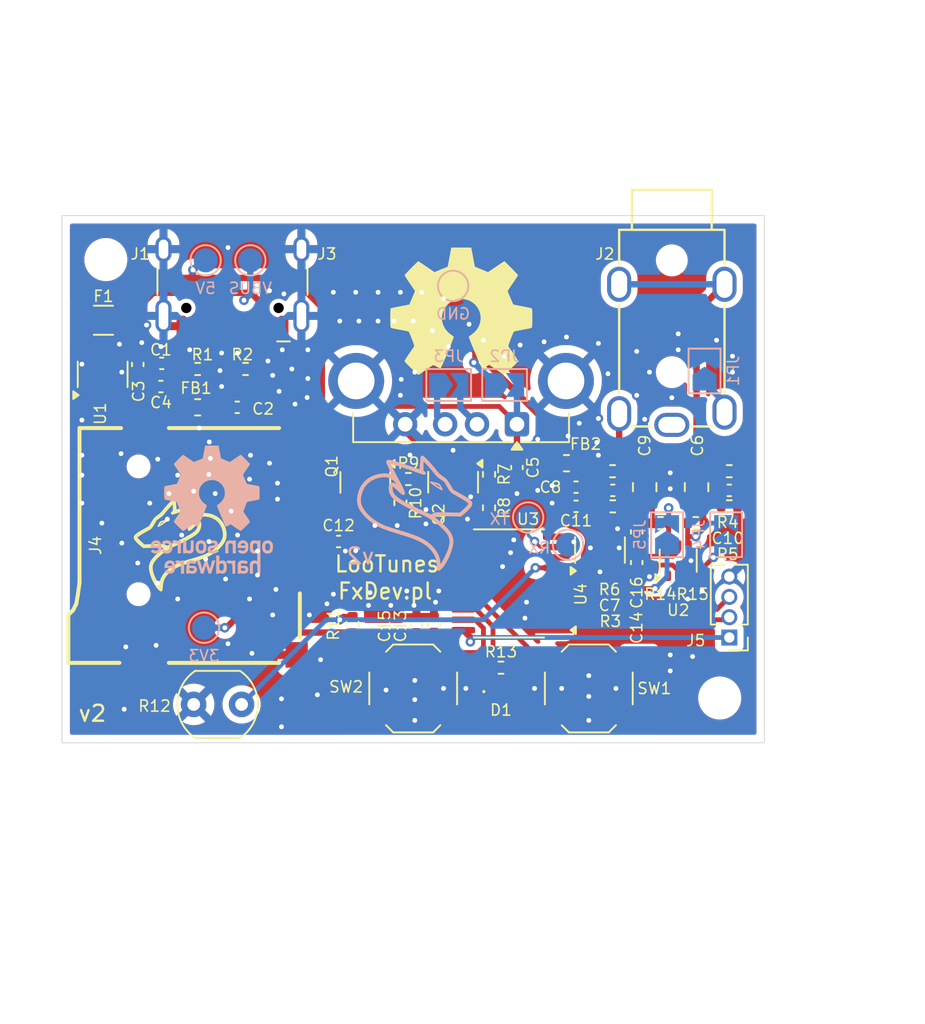
<source format=kicad_pcb>
(kicad_pcb (version 20241229) (generator "pcbnew") (generator_version "9.0")
  (layers (0 "F.Cu" signal) (2 "B.Cu" signal) (13 "F.Paste" user) (15 "B.Paste" user) (5 "F.SilkS" user "F.Silkscreen") (7 "B.SilkS" user "B.Silkscreen") (1 "F.Mask" user) (3 "B.Mask" user) (25 "Edge.Cuts" user))
  (net 0 "")
  (net 1 "GND")
  (net 2 "+5V")
  (net 3 "+3V3")
  (net 4 "Net-(J4-VDD)")
  (net 5 "Net-(C10-Pad1)")
  (net 6 "Net-(U3-VI)")
  (net 7 "+3.3VA")
  (net 8 "Net-(C11-Pad1)")
  (net 9 "VBUS")
  (net 14 "Net-(J1-CC1)")
  (net 15 "Net-(J1-CC2)")
  (net 18 "Net-(J2-D-)")
  (net 19 "Net-(J2-D+)")
  (net 20 "Net-(J2-VBUS)")
  (net 21 "SWCLK")
  (net 22 "SWDIO")
  (net 23 "Net-(J4-DAT3{slash}CD)")
  (net 25 "SD_OUT")
  (net 26 "CLK")
  (net 29 "SD_IN")
  (net 30 "Net-(Q1-G)")
  (net 31 "Net-(Q1-D)")
  (net 32 "Net-(Q2-G)")
  (net 33 "USB_SWITCH_IN")
  (net 34 "Net-(U2-PA5)")
  (net 35 "PWM_L")
  (net 36 "Net-(C10-Pad2)")
  (net 37 "BUTTON")
  (net 38 "Net-(U2-PF0{slash}OSCIN)")
  (net 40 "Net-(C11-Pad2)")
  (net 41 "Net-(U2-PF1{slash}OSCOUT)")
  (net 42 "F_PWM_L")
  (net 43 "Net-(D1-A)")
  (net 44 "Net-(U2-PB2)")
  (net 45 "BUTTON_2")
  (net 47 "F_PWM_R")
  (net 48 "PWM_R")
  (net 51 "Net-(JP3-A)")
  (footprint "Capacitor_SMD:C_0402_1005Metric" (layer "F.Cu") (at 126.2 80.7)
    (property "Reference" "C4")
    (property "Value" "100nF")
  )
  (footprint "sd_slot:GCT-MEM2055-00-190-01-A" (layer "F.Cu") (at 118.1 90.65 -90)
    (property "Reference" "J4")
    (property "Value" "Micro_SD_Card_Det1")
  )
  (footprint "Resistor_SMD:R_0402_1005Metric" (layer "F.Cu") (at 147.5 98.3)
    (property "Reference" "R13")
    (property "Value" "10k")
  )
  (footprint "Package_TO_SOT_SMD:SOT-23" (layer "F.Cu") (at 139 86.7025 -90)
    (property "Reference" "Q1")
    (property "Value" "Si2301 A1SHB")
  )
  (footprint "Package_TO_SOT_SMD:SOT-363_SC-70-6" (layer "F.Cu") (at 158.6 91.6 90)
    (property "Reference" "U2")
    (property "Value" "74LVC2G14GW")
  )
  (footprint "Connector_USB:USB_A_Connfly_DS1095" (layer "F.Cu") (at 148.5 83.06 180)
    (property "Reference" "J3")
    (property "Value" "USB_OUT")
  )
  (footprint "Button_Switch_SMD:SW_SPST_TL3342" (layer "F.Cu") (at 142 99.6)
    (property "Reference" "SW2")
    (property "Value" "SW_Push")
  )
  (footprint "Connector_USB:USB_C_Receptacle_HCTL_HC-TYPE-C-16P-01A" (layer "F.Cu") (at 130.68 73.175 180)
    (property "Reference" "J1")
    (property "Value" "USB_C_Receptacle_USB2.0_16P")
  )
  (footprint "Resistor_SMD:R_0402_1005Metric" (layer "F.Cu") (at 146.75 86.2 -90)
    (property "Reference" "R7")
    (property "Value" "10k")
  )
  (footprint "Inductor_SMD:L_0603_1608Metric" (layer "F.Cu") (at 151.6 85.5)
    (property "Reference" "FB2")
    (property "Value" "FerriteBead_Small")
  )
  (footprint "Resistor_SMD:R_0402_1005Metric" (layer "F.Cu") (at 141.2 87.98 -90)
    (property "Reference" "R10")
    (property "Value" "10k")
  )
  (footprint "Package_TO_SOT_SMD:SOT-23" (layer "F.Cu") (at 144.5 86.69 -90)
    (property "Reference" "Q2")
    (property "Value" "Si2302 A2SHB")
  )
  (footprint "Package_SO:TSSOP-20_4.4x6.5mm_P0.65mm" (layer "F.Cu") (at 148 93.025 180)
    (property "Reference" "U3")
    (property "Value" "PY32F002AF15P")
  )
  (footprint "Resistor_SMD:R_0402_1005Metric" (layer "F.Cu") (at 131.5 79.6 180)
    (property "Reference" "R2")
    (property "Value" "5.1k")
  )
  (footprint "Connector_PinHeader_1.27mm:PinHeader_1x04_P1.27mm_Vertical" (layer "F.Cu") (at 161.8 96.41 180)
    (property "Reference" "J5")
    (property "Value" "Prog")
  )
  (footprint "MountingHole:MountingHole_2.2mm_M2" (layer "F.Cu") (at 161.2 100.2)
    (property "Reference" "REF**" (hide yes))
    (property "Value" "MountingHole_2.2mm_M2")
  )
  (footprint "OptoDevice:R_LDR_5.0x4.1mm_P3mm_Vertical" (layer "F.Cu") (at 131.25 100.6 180)
    (property "Reference" "R12")
    (property "Value" "R_Photo")
  )
  (footprint "Resistor_SMD:R_0402_1005Metric" (layer "F.Cu") (at 157.49 89.25 180)
    (property "Reference" "R14")
    (property "Value" "220R")
  )
  (footprint "Capacitor_SMD:C_0402_1005Metric" (layer "F.Cu") (at 152.2 88.2 180)
    (property "Reference" "C11")
    (property "Value" "100nF")
  )
  (footprint "Capacitor_SMD:C_0402_1005Metric" (layer "F.Cu") (at 161.8 87.2)
    (property "Reference" "C10")
    (property "Value" "100nF")
  )
  (footprint "Capacitor_SMD:C_0805_2012Metric" (layer "F.Cu") (at 156.5 87 90)
    (property "Reference" "C9")
    (property "Value" "47uF")
  )
  (footprint "Capacitor_SMD:C_0402_1005Metric" (layer "F.Cu") (at 148.5 85.77 -90)
    (property "Reference" "C5")
    (property "Value" "100nF")
  )
  (footprint "Symbol:OSHW-Symbol_8.9x8mm_SilkScreen" (layer "F.Cu") (at 145 76)
    (property "Reference" "REF**" (hide yes))
    (property "Value" "OSHW-Symbol_8.9x8mm_SilkScreen" (hide yes))
  )
  (footprint "Capacitor_SMD:C_0402_1005Metric" (layer "F.Cu") (at 137.325845 90.4)
    (property "Reference" "C12")
    (property "Value" "100nF")
  )
  (footprint "Resistor_SMD:R_0402_1005Metric" (layer "F.Cu") (at 159.7 89.25)
    (property "Reference" "R15")
    (property "Value" "220R")
  )
  (footprint "Capacitor_SMD:C_0402_1005Metric" (layer "F.Cu") (at 142.2 95.62 90)
    (property "Reference" "C15")
    (property "Value" "100nF")
  )
  (footprint "Capacitor_SMD:C_0402_1005Metric" (layer "F.Cu") (at 156 89.8 90)
    (property "Reference" "C16")
    (property "Value" "100nF")
  )
  (footprint "FxDev:logo_08" (layer "F.Cu") (at 127.4 90.6)
    (property "Reference" "G***" (hide yes))
    (property "Value" "LOGO" (hide yes))
  )
  (footprint "MountingHole:MountingHole_2.2mm_M2" (layer "F.Cu") (at 122.75 72.75)
    (property "Reference" "REF**" (hide yes))
    (property "Value" "MountingHole_2.2mm_M2")
  )
  (footprint "Package_TO_SOT_SMD:SOT-23-3" (layer "F.Cu") (at 153.7 90.9375 90)
    (property "Reference" "U4")
    (property "Value" "XC6206PxxxMR")
  )
  (footprint "Resistor_SMD:R_0402_1005Metric" (layer "F.Cu") (at 161.8 86)
    (property "Reference" "R4")
    (property "Value" "1.8k")
  )
  (footprint "Capacitor_SMD:C_0402_1005Metric" (layer "F.Cu") (at 130.98 82)
    (property "Reference" "C2")
    (property "Value" "10uF")
  )
  (footprint "Resistor_SMD:R_0402_1005Metric" (layer "F.Cu") (at 154.5 88.2)
    (property "Reference" "R3")
    (property "Value" "100R")
  )
  (footprint "Capacitor_SMD:C_0402_1005Metric" (layer "F.Cu") (at 156 91.72 -90)
    (property "Reference" "C14")
    (property "Value" "10uF")
  )
  (footprint "Resistor_SMD:R_0402_1005Metric" (layer "F.Cu") (at 128.5 79.6)
    (property "Reference" "R1")
    (property "Value" "5.1k")
  )
  (footprint "Resistor_SMD:R_0402_1005Metric" (layer "F.Cu") (at 161.8 88.2 180)
    (property "Reference" "R5")
    (property "Value" "100R")
  )
  (footprint "FxDev:PJ-322" (layer "F.Cu") (at 158.2 76.4)
    (property "Reference" "J2")
    (property "Value" "AudioJack4")
  )
  (footprint "Capacitor_SMD:C_0805_2012Metric" (layer "F.Cu") (at 159.75 87 90)
    (property "Reference" "C6")
    (property "Value" "47uF")
  )
  (footprint "Capacitor_SMD:C_0402_1005Metric" (layer "F.Cu") (at 154.5 87.2 180)
    (property "Reference" "C7")
    (property "Value" "100nF")
  )
  (footprint "Capacitor_SMD:C_0402_1005Metric" (layer "F.Cu") (at 152.2 87 180)
    (property "Reference" "C8")
    (property "Value" "10uF")
  )
  (footprint "Fuse:Fuse_1206_3216Metric" (layer "F.Cu") (at 122.6 76.55)
    (property "Reference" "F1")
    (property "Value" "Polyfuse_Small")
  )
  (footprint "Capacitor_SMD:C_0402_1005Metric" (layer "F.Cu") (at 126.25 79.25)
    (property "Reference" "C1")
    (property "Value" "10uF")
  )
  (footprint "Inductor_SMD:L_0603_1608Metric" (layer "F.Cu") (at 128.5 82)
    (property "Reference" "FB1")
    (property "Value" "FerriteBead_Small")
  )
  (footprint "Capacitor_SMD:C_0402_1005Metric" (layer "F.Cu") (at 124.75 79.32 -90)
    (property "Reference" "C3")
    (property "Value" "100nF")
  )
  (footprint "Resistor_SMD:R_0402_1005Metric" (layer "F.Cu") (at 146.75 88.29 -90)
    (property "Reference" "R8")
    (property "Value" "100R")
  )
  (footprint "LED_SMD:LED_0402_1005Metric" (layer "F.Cu") (at 147.515 99.8)
    (property "Reference" "D1")
    (property "Value" "Status")
  )
  (footprint "Resistor_SMD:R_0402_1005Metric" (layer "F.Cu") (at 141.7 86.49 180)
    (property "Reference" "R9")
    (property "Value" "100R")
  )
  (footprint "Resistor_SMD:R_0402_1005Metric" (layer "F.Cu") (at 138.2 95.59 -90)
    (property "Reference" "R11")
    (property "Value" "10k")
  )
  (footprint "Button_Switch_SMD:SW_SPST_TL3342" (layer "F.Cu") (at 153 99.6)
    (property "Reference" "SW1")
    (property "Value" "SW_Push")
  )
  (footprint "Resistor_SMD:R_0402_1005Metric" (layer "F.Cu") (at 154.49 86 180)
    (property "Reference" "R6")
    (property "Value" "1.8k")
  )
  (footprint "Capacitor_SMD:C_0402_1005Metric" (layer "F.Cu") (at 143.3 95.6 90)
    (property "Reference" "C13")
    (property "Value" "10uF")
  )
  (footprint "Package_TO_SOT_SMD:SOT-23-3" (layer "F.Cu") (at 122.55 79.9375 90)
    (property "Reference" "U1")
    (property "Value" "XC6206PxxxMR")
  )
  (footprint "TestPoint:TestPoint_Pad_D1.5mm" (layer "B.Cu") (at 128.9 95.8 180)
    (property "Reference" "TP6")
    (property "Value" "3V3")
  )
  (footprint "TestPoint:TestPoint_Pad_D1.5mm" (layer "B.Cu") (at 131.8 72.8 180)
    (property "Reference" "TP3")
    (property "Value" "VBUS")
  )
  (footprint "TestPoint:TestPoint_Pad_D1.5mm" (layer "B.Cu") (at 129 72.8 180)
    (property "Reference" "TP4")
    (property "Value" "5V")
  )
  (footprint "Jumper:SolderJumper-2_P1.3mm_Open_TrianglePad1.0x1.5mm" (layer "B.Cu") (at 161.6 89.975 90)
    (property "Reference" "JP4")
    (property "Value" "filter bypass")
  )
  (footprint "Jumper:SolderJumper-2_P1.3mm_Open_TrianglePad1.0x1.5mm" (layer "B.Cu") (at 160.25 79.725 90)
    (property "Reference" "JP1")
    (property "Value" "ground connect")
  )
  (footprint "TestPoint:TestPoint_Pad_D1.5mm" (layer "B.Cu") (at 144.5 74.4 180)
    (property "Reference" "TP1")
    (property "Value" "GND")
  )
  (footprint "TestPoint:TestPoint_Pad_D1.5mm" (layer "B.Cu") (at 151.7 90.6 180)
    (property "Reference" "TP5")
    (property "Value" "RX")
  )
  (footprint "Symbol:OSHW-Logo_7.5x8mm_SilkScreen" (layer "B.Cu") (at 129.4 88.4 180)
    (property "Reference" "REF**" (hide yes))
    (property "Value" "OSHW-Logo_7.5x8mm_SilkScreen" (hide yes))
  )
  (footprint "TestPoint:TestPoint_Pad_D1.5mm" (layer "B.Cu") (at 149.2 88.9 180)
    (property "Reference" "TP2")
    (property "Value" "TX")
  )
  (footprint "Jumper:SolderJumper-2_P1.3mm_Open_TrianglePad1.0x1.5mm" (layer "B.Cu") (at 157.9 89.975 90)
    (property "Reference" "JP5")
    (property "Value" "filter bypass")
  )
  (footprint "Jumper:SolderJumper-2_P1.3mm_Open_TrianglePad1.0x1.5mm" (layer "B.Cu") (at 147.725 80.6)
    (property "Reference" "JP2")
    (property "Value" "bypass")
  )
  (footprint "Jumper:SolderJumper-2_P1.3mm_Open_TrianglePad1.0x1.5mm" (layer "B.Cu") (at 144.225 80.6)
    (property "Reference" "JP3")
    (property "Value" "data short")
  )
  (footprint "FxDev:logo" (layer "B.Cu") (at 142.1 88.6 180)
    (property "Reference" "G***" (hide yes))
    (property "Value" "LOGO" (hide yes))
  )
  (gr_rect (start 120 70) (end 164 103) (stroke (width 0.05)) (fill no) (layer "Edge.Cuts"))
  (gr_text "v2" (at 120.95 101.75 0) (layer "F.SilkS") (effects (font (size 1 1)) (justify left bottom)))
  (gr_text "LooTunes" (at 137 92.4 0) (layer "F.SilkS") (effects (font (size 1 0.95)) (justify left bottom)))
  (gr_text "FxDev.pl" (at 137.2 94.1 0) (layer "F.SilkS") (effects (font (size 1 0.95)) (justify left bottom)))
  (gr_text "v2" (at 139.65 91.9 0) (layer "B.SilkS") (effects (font (size 1 1)) (justify left bottom mirror)))
  (segment (start 158.6 92.225001) (end 158.6 92.55) (width 0.3) (layer "F.Cu") (net 1))
  (segment (start 124.75 79.8) (end 124.861 79.911) (width 0.3) (layer "F.Cu") (net 1))
  (segment (start 127.48 78.5) (end 127.48 76.92) (width 0.4) (layer "F.Cu") (net 1))
  (segment (start 126.378999 79.911) (end 126.73 79.559999) (width 0.3) (layer "F.Cu") (net 1))
  (segment (start 156 89.32) (end 155.11 89.32) (width 0.3) (layer "F.Cu") (net 1))
  (segment (start 143.55 85.7525) (end 143.55 85.2175) (width 0.4) (layer "F.Cu") (net 1))
  (segment (start 137.805845 90.4) (end 137.824155 90.4) (width 0.3) (layer "F.Cu") (net 1))
  (segment (start 137.824155 90.4) (end 138.4 90.975845) (width 0.3) (layer "F.Cu") (net 1))
  (segment (start 126.73 79.25) (end 127.48 78.5) (width 0.4) (layer "F.Cu") (net 1))
  (segment (start 155.11 89.79) (end 155.11 89.32) (width 0.3) (layer "F.Cu") (net 1))
  (segment (start 137.805845 90.4) (end 137.805845 90.93) (width 0.3) (layer "F.Cu") (net 1))
  (segment (start 125 77.95) (end 123.7 77.95) (width 0.3) (layer "F.Cu") (net 1))
  (segment (start 126.68 80.212001) (end 126.68 80.7) (width 0.4) (layer "F.Cu") (net 1))
  (segment (start 137.805845 90.93) (end 137.875845 91) (width 0.3) (layer "F.Cu") (net 1))
  (segment (start 125.355 76.905) (end 125.3 76.85) (width 0.3) (layer "F.Cu") (net 1))
  (segment (start 152.75 92.075) (end 152.825 92.075) (width 0.3) (layer "F.Cu") (net 1))
  (segment (start 156 92.2) (end 156.326 91.874) (width 0.3) (layer "F.Cu") (net 1))
  (segment (start 126.378999 79.911) (end 126.68 80.212001) (width 0.4) (layer "F.Cu") (net 1))
  (segment (start 158.248999 91.874) (end 158.6 92.225001) (width 0.3) (layer "F.Cu") (net 1))
  (segment (start 152.825 92.075) (end 155.11 89.79) (width 0.3) (layer "F.Cu") (net 1))
  (segment (start 125 77.95) (end 125.3 77.65) (width 0.3) (layer "F.Cu") (net 1))
  (segment (start 124.861 79.911) (end 126.378999 79.911) (width 0.3) (layer "F.Cu") (net 1))
  (segment (start 125.3 77.65) (end 125.3 76.85) (width 0.3) (layer "F.Cu") (net 1))
  (segment (start 155.11 89.32) (end 153.99 88.2) (width 0.3) (layer "F.Cu") (net 1))
  (segment (start 126.73 79.559999) (end 126.73 79.25) (width 0.3) (layer "F.Cu") (net 1))
  (segment (start 123.7 77.95) (end 123.6 78.05) (width 0.3) (layer "F.Cu") (net 1))
  (segment (start 150.8625 95.95) (end 157.85 95.95) (width 0.3) (layer "F.Cu") (net 1))
  (segment (start 137.875845 91) (end 138.375845 91) (width 0.3) (layer "F.Cu") (net 1))
  (segment (start 138.375845 91) (end 138.4 90.975845) (width 0.3) (layer "F.Cu") (net 1))
  (segment (start 156.326 91.874) (end 158.248999 91.874) (width 0.3) (layer "F.Cu") (net 1))
  (segment (start 157.85 95.95) (end 159.5 97.6) (width 0.3) (layer "F.Cu") (net 1))
  (segment (start 143.55 85.5275) (end 141.5 83.4775) (width 0.4) (layer "F.Cu") (net 1))
  (segment (start 149.75 95.95) (end 149 95.2) (width 0.3) (layer "F.Cu") (net 1))
  (segment (start 157.01 101.5) (end 156.99 101.52) (width 0.3) (layer "F.Cu") (net 1))
  (segment (start 150.8625 95.95) (end 149.75 95.95) (width 0.3) (layer "F.Cu") (net 1))
  (via (at 149.1 94.2) (size 0.6) (drill 0.3) (layers "F.Cu" "B.Cu") (net 1))
  (via (at 149.6 99.6) (size 0.6) (drill 0.3) (layers "F.Cu" "B.Cu") (net 1))
  (via (at 131 90) (size 0.6) (drill 0.3) (layers "F.Cu" "B.Cu") (net 1))
  (via (at 123.75 79.8) (size 0.6) (drill 0.3) (layers "F.Cu" "B.Cu") (net 1))
  (via (at 133.75 102) (size 0.6) (drill 0.3) (layers "F.Cu" "B.Cu") (net 1))
  (via (at 146.4 77.8) (size 0.6) (drill 0.3) (layers "F.Cu" "B.Cu") (net 1))
  (via (at 159.5 97.6) (size 0.6) (drill 0.3) (layers "F.Cu" "B.Cu") (net 1))
  (via (at 136.2 97.8) (size 0.6) (drill 0.3) (layers "F.Cu" "B.Cu") (net 1))
  (via (at 148.3 90.3) (size 0.6) (drill 0.3) (layers "F.Cu" "B.Cu") (net 1))
  (via (at 148.5 87.4) (size 0.6) (drill 0.3) (layers "F.Cu" "B.Cu") (net 1))
  (via (at 135.4 80.2) (size 0.6) (drill 0.3) (layers "F.Cu" "B.Cu") (net 1))
  (via (at 142.536491 74.8) (size 0.6) (drill 0.3) (layers "F.Cu" "B.Cu") (net 1))
  (via (at 137.4 76.6) (size 0.6) (drill 0.3) (layers "F.Cu" "B.Cu") (net 1))
  (via (at 145.4 89) (size 0.6) (drill 0.3) (layers "F.Cu" "B.Cu") (net 1))
  (via (at 133.75 100.25) (size 0.6) (drill 0.3) (layers "F.Cu" "B.Cu") (net 1))
  (via (at 154.8 89.6) (size 0.6) (drill 0.3) (layers "F.Cu" "B.Cu") (net 1))
  (via (at 133 74.7) (size 0.6) (drill 0.3) (layers "F.Cu" "B.Cu") (net 1))
  (via (at 128 78.4) (size 0.6) (drill 0.3) (layers "F.Cu" "B.Cu") (net 1))
  (via (at 134.4 79.6) (size 0.6) (drill 0.3) (layers "F.Cu" "B.Cu") (net 1))
  (via (at 135.4 78.4) (size 0.6) (drill 0.3) (layers "F.Cu" "B.Cu") (net 1))
  (via (at 141.2 74.8) (size 0.6) (drill 0.3) (layers "F.Cu" "B.Cu") (net 1))
  (via (at 122.5 89.25) (size 0.6) (drill 0.3) (layers "F.Cu" "B.Cu") (net 1))
  (via (at 148.7 78.1) (size 0.6) (drill 0.3) (layers "F.Cu" "B.Cu") (net 1))
  (via (at 129.9 79.7) (size 0.6) (drill 0.3) (layers "F.Cu" "B.Cu") (net 1))
  (via (at 152.4 83) (size 0.6) (drill 0.3) (layers "F.Cu" "B.Cu") (net 1))
  (via (at 131.810557 85.001727) (size 0.6) (drill 0.3) (layers "F.Cu" "B.Cu") (net 1))
  (via (at 162 78.8) (size 0.6) (drill 0.3) (layers "F.Cu" "B.Cu") (net 1))
  (via (at 135.357359 81.38667) (size 0.6) (drill 0.3) (layers "F.Cu" "B.Cu") (net 1))
  (via (at 143.9 99.6) (size 0.6) (drill 0.3) (layers "F.Cu" "B.Cu") (net 1))
  (via (at 151.6 77.6) (size 0.6) (drill 0.3) (layers "F.Cu" "B.Cu") (net 1))
  (via (at 133.8 78.4) (size 0.6) (drill 0.3) (layers "F.Cu" "B.Cu") (net 1))
  (via (at 136.6 94.3) (size 0.6) (drill 0.3) (layers "F.Cu" "B.Cu") (net 1))
  (via (at 124.75 91.75) (size 0.6) (drill 0.3) (layers "F.Cu" "B.Cu") (net 1))
  (via (at 125 77.95) (size 0.6) (drill 0.3) (layers "F.Cu" "B.Cu") (net 1))
  (via (at 140.3 99.7) (size 0.6) (drill 0.3) (layers "F.Cu" "B.Cu") (net 1))
  (via (at 142.1 101.6) (size 0.6) (drill 0.3) (layers "F.Cu" "B.Cu") (net 1))
  (via (at 127.25 94) (size 0.6) (drill 0.3) (layers "F.Cu" "B.Cu") (net 1))
  (via (at 145.6 87.6) (size 0.6) (drill 0.3) (layers "F.Cu" "B.Cu") (net 1))
  (via (at 131 78.6) (size 0.6) (drill 0.3) (layers "F.Cu" "B.Cu") (net 1))
  (via (at 141.8 84.99) (size 0.6) (drill 0.3) (layers "F.Cu" "B.Cu") (net 1))
  (via (at 139.3 93.6) (size 0.6) (drill 0.3) (layers "F.Cu" "B.Cu") (net 1))
  (via (at 142 76.6) (size 0.6) (drill 0.3) (layers "F.Cu" "B.Cu") (net 1))
  (via (at 156 78.5) (size 0.6) (drill 0.3) (layers "F.Cu" "B.Cu") (net 1))
  (via (at 136 100) (size 0.6) (drill 0.3) (layers "F.Cu" "B.Cu") (net 1))
  (via (at 151.3 99.6) (size 0.6) (drill 0.3) (layers "F.Cu" "B.Cu") (net 1))
  (via (at 153.1 90.8) (size 0.6) (drill 0.3) (layers "F.Cu" "B.Cu") (net 1))
  (via (at 139.8 74.8) (size 0.6) (drill 0.3) (layers "F.Cu" "B.Cu") (net 1))
  (via (at 133.5 87.75) (size 0.6) (drill 0.3) (layers "F.Cu" "B.Cu") (net 1))
  (via (at 121.25 79.3) (size 0.6) (drill 0.3) (layers "F.Cu" "B.Cu") (net 1))
  (via (at 131.75 94) (size 0.6) (drill 0.3) (layers "F.Cu" "B.Cu") (net 1))
  (via (at 145.5 76.798879) (size 0.6) (drill 0.3) (layers "F.Cu" "B.Cu") (net 1))
  (via (at 143.2 77.2) (size 0.6) (drill 0.3) (layers "F.Cu" "B.Cu") (net 1))
  (via (at 133.5 86.75) (size 0.6) (drill 0.3) (layers "F.Cu" "B.Cu") (net 1))
  (via (at 130.25 92.75) (size 0.6) (drill 0.3) (layers "F.Cu" "B.Cu") (net 1))
  (via (at 139.8 76.6) (size 0.6) (drill 0.3) (layers "F.Cu" "B.Cu") (net 1))
  (via (at 139.6 89.4) (size 0.6) (drill 0.3) (layers "F.Cu" "B.Cu") (net 1))
  (via (at 151.7 83.8) (size 0.6) (drill 0.3) (layers "F.Cu" "B.Cu") (net 1))
  (via (at 150.7 86.9) (size 0.6) (drill 0.3) (layers "F.Cu" "B.Cu") (net 1))
  (via (at 130.4 96.8) (size 0.6) (drill 0.3) (layers "F.Cu" "B.Cu") (net 1))
  (via (at 138.4 90.975845) (size 0.6) (drill 0.3) (layers "F.Cu" "B.Cu") (net 1))
  (via (at 158.1 87.1) (size 0.6) (drill 0.3) (layers "F.Cu" "B.Cu") (net 1))
  (via (at 149.8 84) (size 0.6) (drill 0.3) (layers "F.Cu" "B.Cu") (net 1))
  (via (at 153.5 84.2) (size 0.6) (drill 0.3) (layers "F.Cu" "B.Cu") (net 1))
  (via (at 158.6 78.4) (size 0.6) (drill 0.3) (layers "F.Cu" "B.Cu") (net 1))
  (via (at 149.8 87.2) (size 0.6) (drill 0.3) (layers "F.Cu" "B.Cu") (net 1))
  (via (at 137.75 91) (size 0.6) (drill 0.3) (layers "F.Cu" "B.Cu") (net 1))
  (via (at 154.9 90.8) (size 0.6) (drill 0.3) (layers "F.Cu" "B.Cu") (net 1))
  (via (at 162 79.8) (size 0.6) (drill 0.3) (layers "F.Cu" "B.Cu") (net 1))
  (via (at 131.75 86.5) (size 0.6) (drill 0.3) (layers "F.Cu" "B.Cu") (net 1))
  (via (at 138.6 76.6) (size 0.6) (drill 0.3) (layers "F.Cu" "B.Cu") (net 1))
  (via (at 159.4 91.6) (size 0.6) (drill 0.3) (layers "F.Cu" "B.Cu") (net 1))
  (via (at 154.7 99.6) (size 0.6) (drill 0.3) (layers "F.Cu" "B.Cu") (net 1))
  (via (at 138.4 74.8) (size 0.6) (drill 0.3) (layers "F.Cu" "B.Cu") (net 1))
  (via (at 132.25 92.5) (size 0.6) (drill 0.3) (layers "F.Cu" "B.Cu") (net 1))
  (via (at 139.2 94.4) (size 0.6) (drill 0.3) (layers "F.Cu" "B.Cu") (net 1))
  (via (at 125.5 88) (size 0.6) (drill 0.3) (layers "F.Cu" "B.Cu") (net 1))
  (via (at 128.25 87.25) (size 0.6) (drill 0.3) (layers "F.Cu" "B.Cu") (net 1))
  (via (at 133.9 74.9) (size 0.6) (drill 0.3) (layers "F.Cu" "B.Cu") (net 1))
  (via (at 161 77.8) (size 0.6) (drill 0.3) (layers "F.Cu" "B.Cu") (net 1))
  (via (at 142.05 94.4) (size 0.6) (drill 0.3) (layers "F.Cu" "B.Cu") (net 1))
  (via (at 142.1 100.3) (size 0.6) (drill 0.3) (layers "F.Cu" "B.Cu") (net 1))
  (via (at 127.5 90) (size 0.6) (drill 0.3) (layers "F.Cu" "B.Cu") (net 1))
  (via (at 121.25 86.25) (size 0.6) (drill 0.3) (layers "F.Cu" "B.Cu") (net 1))
  (via (at 145.3 99.6) (size 0.6) (drill 0.3) (layers "F.Cu" "B.Cu") (net 1))
  (via (at 149 95.2) (size 0.6) (drill 0.3) (layers "F.Cu" "B.Cu") (net 1))
  (via (at 133.2 95) (size 0.6) (drill 0.3) (layers "F.Cu" "B.Cu") (net 1))
  (via (at 125.3 76.85) (size 0.6) (drill 0.3) (layers "F.Cu" "B.Cu") (net 1))
  (via (at 132.25 91) (size 0.6) (drill 0.3) (layers "F.Cu" "B.Cu") (net 1))
  (via (at 134.6 81.8) (size 0.6) (drill 0.3) (layers "F.Cu" "B.Cu") (net 1))
  (via (at 153.6 78) (size 0.6) (drill 0.3) (layers "F.Cu" "B.Cu") (net 1))
  (via (at 144.2 78.2) (size 0.6) (drill 0.3) (layers "F.Cu" "B.Cu") (net 1))
  (via (at 156.8 92.6) (size 0.6) (drill 0.3) (layers "F.Cu" "B.Cu") (net 1))
  (via (at 129.2 90.4) (size 0.6) (drill 0.3) (layers "F.Cu" "B.Cu") (net 1))
  (via (at 153 101.6) (size 0.6) (drill 0.3) (layers "F.Cu" "B.Cu") (net 1))
  (via (at 140.8 76.6) (size 0.6) (drill 0.3) (layers "F.Cu" "B.Cu") (net 1))
  (via (at 158.6 77.4) (size 0.6) (drill 0.3) (layers "F.Cu" "B.Cu") (net 1))
  (via (at 126 93) (size 0.6) (drill 0.3) (layers "F.Cu" "B.Cu") (net 1))
  (via (at 143.9 75.2) (size 0.6) (drill 0.3) (layers "F.Cu" "B.Cu") (net 1))
  (via (at 158.1 98.5) (size 0.6) (drill 0.3) (layers "F.Cu" "B.Cu") (net 1))
  (via (at 150.7 88) (size 0.6) (drill 0.3) (layers "F.Cu" "B.Cu") (net 1))
  (via (at 141 89.4) (size 0.6) (drill 0.3) (layers "F.Cu" "B.Cu") (net 1))
  (via (at 126 85.25) (size 0.6) (drill 0.3) (layers "F.Cu" "B.Cu") (net 1))
  (via (at 147.7 78.8) (size 0.6) (drill 0.3) (layers "F.Cu" "B.Cu") (net 1))
  (via (at 133.6 81) (size 0.6) (drill 0.3) (layers "F.Cu" "B.Cu") (net 1))
  (via (at 140.6 94.4) (size 0.6) (drill 0.3) (layers "F.Cu" "B.Cu") (net 1))
  (via (at 153.6 82.7) (size 0.6) (drill 0.3) (layers "F.Cu" "B.Cu") (net 1))
  (via (at 129.3 85.2) (size 0.6) (drill 0.3) (layers "F.Cu" "B.Cu") (net 1))
  (via (at 150.2 77.9) (size 0.6) (drill 0.3) (layers "F.Cu" "B.Cu") (net 1))
  (via (at 123.7 84.9) (size 0.6) (drill 0.3) (layers "F.Cu" "B.Cu") (net 1))
  (via (at 141.25 80.25) (size 0.6) (drill 0.3) (layers "F.Cu" "B.Cu") (net 1))
  (via (at 124 97) (size 0.6) (drill 0.3) (layers "F.Cu" "B.Cu") (net 1))
  (via (at 129.6 87.4) (size 0.6) (drill 0.3) (layers "F.Cu" "B.Cu") (net 1))
  (via (at 131.9 97.4) (size 0.6) (drill 0.3) (layers "F.Cu" "B.Cu") (net 1))
  (via (at 126.6 89) (size 0.6) (drill 0.3) (layers "F.Cu" "B.Cu") (net 1))
  (via (at 160.1 93.5) (size 0.6) (drill 0.3) (layers "F.Cu" "B.Cu") (net 1))
  (via (at 121.25 85) (size 0.6) (drill 0.3) (layers "F.Cu" "B.Cu") (net 1))
  (via (at 126.7 87.4) (size 0.6) (drill 0.3) (layers "F.Cu" "B.Cu") (net 1))
  (via (at 141.6 93.5) (size 0.6) (drill 0.3) (layers "F.Cu" "B.Cu") (net 1))
  (via (at 153.6 85) (size 0.6) (drill 0.3) (layers "F.Cu" "B.Cu") (net 1))
  (via (at 156.5 82.75) (size 0.6) (drill 0.3) (layers "F.Cu" "B.Cu") (net 1))
  (via (at 133 85.5) (size 0.6) (drill 0.3) (layers "F.Cu" "B.Cu") (net 1))
  (via (at 125.9 96.9) (size 0.6) (drill 0.3) (layers "F.Cu" "B.Cu") (net 1))
  (via (at 130 80.7) (size 0.6) (drill 0.3) (layers "F.Cu" "B.Cu") (net 1))
  (via (at 156.8 79.8) (size 0.6) (drill 0.3) (layers "F.Cu" "B.Cu") (net 1))
  (via (at 137 74.8) (size 0.6) (drill 0.3) (layers "F.Cu" "B.Cu") (net 1))
  (via (at 130 78.6) (size 0.6) (drill 0.3) (layers "F.Cu" "B.Cu") (net 1))
  (via (at 156 81.25) (size 0.6) (drill 0.3) (layers "F.Cu" "B.Cu") (net 1))
  (via (at 142.8 89.3) (size 0.6) (drill 0.3) (layers "F.Cu" "B.Cu") (net 1))
  (via (at 133.4 93.4) (size 0.6) (drill 0.3) (layers "F.Cu" "B.Cu") (net 1))
  (via (at 121.25 82.8) (size 0.6) (drill 0.3) (layers "F.Cu" "B.Cu") (net 1))
  (via (at 142.1 99.1) (size 0.6) (drill 0.3) (layers "F.Cu" "B.Cu") (net 1))
  (via (at 129.2 86.2) (size 0.6) (drill 0.3) (layers "F.Cu" "B.Cu") (net 1))
  (via (at 129.230331 84.169669) (size 0.6) (drill 0.3) (layers "F.Cu" "B.Cu") (net 1))
  (via (at 132.9 79.1) (size 0.6) (drill 0.3) (layers "F.Cu" "B.Cu") (net 1))
  (via (at 158.2 81.4) (size 0.6) (drill 0.3) (layers "F.Cu" "B.Cu") (net 1))
  (via (at 147.6 91.97209) (size 0.6) (drill 0.3) (layers "F.Cu" "B.Cu") (net 1))
  (via (at 142.1 79.8) (size 0.6) (drill 0.3) (layers "F.Cu" "B.Cu") (net 1))
  (via (at 126.2 78.2) (size 0.6) (drill 0.3) (layers "F.Cu" "B.Cu") (net 1))
  (via (at 130.4 72) (size 0.6) (drill 0.3) (layers "F.Cu" "B.Cu") (net 1))
  (via (at 143.4 94.2) (size 0.6) (drill 0.3) (layers "F.Cu" "B.Cu") (net 1))
  (via (at 123.6 78.05) (size 0.6) (drill 0.3) (layers "F.Cu" "B.Cu") (net 1))
  (via (at 142.8 88.4) (size 0.6) (drill 0.3) (layers "F.Cu" "B.Cu") (net 1))
  (via (at 127.25 86.25) (size 0.6) (drill 0.3) (layers "F.Cu" "B.Cu") (net 1))
  (via (at 144.5 84.69) (size 0.6) (drill 0.3) (layers "F.Cu" "B.Cu") (net 1))
  (via (at 128.6 83.3) (size 0.6) (drill 0.3) (layers "F.Cu" "B.Cu") (net 1))
  (via (at 137 93.7) (size 0.6) (drill 0.3) (layers "F.Cu" "B.Cu") (net 1))
  (via (at 133.2 80) (size 0.6) (drill 0.3) (layers "F.Cu" "B.Cu") (net 1))
  (via (at 121.25 88) (size 0.6) (drill 0.3) (layers "F.Cu" "B.Cu") (net 1))
  (via (at 141.2 81.247) (size 0.6) (drill 0.3) (layers "F.Cu" "B.Cu") (net 1))
  (via (at 153 100.1) (size 0.6) (drill 0.3) (layers "F.Cu" "B.Cu") (net 1))
  (via (at 129 91.5) (size 0.6) (drill 0.3) (layers "F.Cu" "B.Cu") (net 1))
  (via (at 148.1 91.1) (size 0.6) (drill 0.3) (layers "F.Cu" "B.Cu") (net 1))
  (via (at 159.2 94) (size 0.6) (drill 0.3) (layers "F.Cu" "B.Cu") (net 1))
  (via (at 153.7 92.3) (size 0.6) (drill 0.3) (layers "F.Cu" "B.Cu") (net 1))
  (via (at 153 98.8) (size 0.6) (drill 0.3) (layers "F.Cu" "B.Cu") (net 1))
  (via (at 158.1 97.5) (size 0.6) (drill 0.3) (layers "F.Cu" "B.Cu") (net 1))
  (via (at 158.1 86.1) (size 0.6) (drill 0.3) (layers "F.Cu" "B.Cu") (net 1))
  (via (at 143.6 93.5) (size 0.6) (drill 0.3) (layers "F.Cu" "B.Cu") (net 1))
  (via (at 154.2 79.9) (size 0.6) (drill 0.3) (layers "F.Cu" "B.Cu") (net 1))
  (via (at 130.6 88.5) (size 0.6) (drill 0.3) (layers "F.Cu" "B.Cu") (net 1))
  (via (at 123.9 100.9) (size 0.6) (drill 0.3) (layers "F.Cu" "B.Cu") (net 1))
  (via (at 123.75 90.5) (size 0.6) (drill 0.3) (layers "F.Cu" "B.Cu") (net 1))
  (via (at 135.5 95) (size 0.6) (drill 0.3) (layers "F.Cu" "B.Cu") (net 1))
  (segment (start 145.89579 79.10421) (end 145.89579 78.50421) (width 0.4) (layer "F.Cu") (net 2))
  (segment (start 128 73.9) (end 134.444206 73.9) (width 0.4) (layer "F.Cu") (net 2))
  (segment (start 124.75 78.84) (end 122.59 78.84) (width 0.4) (layer "F.Cu") (net 2))
  (segment (start 125.36 78.84) (end 125.77 79.25) (width 0.4) (layer "F.Cu") (net 2))
  (segment (start 121.3 76.65) (end 121.2 76.55) (width 0.4) (layer "F.Cu") (net 2))
  (segment (start 145.8 79.2) (end 145.89579 79.10421) (width 0.4) (layer "F.Cu") (net 2))
  (segment (start 145.89579 78.50421) (end 143.126374 75.734794) (width 0.4) (layer "F.Cu") (net 2))
  (segment (start 128.2 73.7) (end 128 73.9) (width 0.4) (layer "F.Cu") (net 2))
  (segment (start 136.279 75.734794) (end 136.279 76.299794) (width 0.4) (layer "F.Cu") (net 2))
  (segment (start 146.39579 79.00421) (end 145.89579 78.50421) (width 0.4) (layer "F.Cu") (net 2))
  (segment (start 150.8125 83.42092) (end 146.39579 79.00421) (width 0.4) (layer "F.Cu") (net 2))
  (segment (start 141.2 88.49) (end 140.9615 88.7285) (width 0.3) (layer "F.Cu") (net 2))
  (segment (start 140.9615 88.7285) (end 138.638322 88.7285) (width 0.3) (layer "F.Cu") (net 2))
  (segment (start 134.444206 73.9) (end 136.279 75.734794) (width 0.4) (layer "F.Cu") (net 2))
  (segment (start 136.279 76.299794) (end 136.279 83.256501) (width 0.4) (layer "F.Cu") (net 2))
  (segment (start 121.2 77.45) (end 122.55 78.8) (width 0.4) (layer "F.Cu") (net 2))
  (segment (start 121.2 76.55) (end 123.85 73.9) (width 0.4) (layer "F.Cu") (net 2))
  (segment (start 122.59 78.84) (end 122.55 78.8) (width 0.4) (layer "F.Cu") (net 2))
  (segment (start 123.85 73.9) (end 128 73.9) (width 0.4) (layer "F.Cu") (net 2))
  (segment (start 124.75 78.84) (end 125.36 78.84) (width 0.4) (layer "F.Cu") (net 2))
  (segment (start 121.2 76.55) (end 121.2 77.45) (width 0.4) (layer "F.Cu") (net 2))
  (segment (start 138.05 85.765) (end 138.05 88.140178) (width 0.3) (layer "F.Cu") (net 2))
  (segment (start 150.8125 85.5) (end 150.8125 83.42092) (width 0.4) (layer "F.Cu") (net 2))
  (segment (start 138.05 85.027501) (end 138.05 85.765) (width 0.4) (layer "F.Cu") (net 2))
  (segment (start 128.2 73.4) (end 128.2 73.7) (width 0.4) (layer "F.Cu") (net 2))
  (segment (start 136.279 83.256501) (end 138.05 85.027501) (width 0.4) (layer "F.Cu") (net 2))
  (segment (start 143.126374 75.734794) (end 136.279 75.734794) (width 0.4) (layer "F.Cu") (net 2))
  (segment (start 138.05 88.140178) (end 138.638322 88.7285) (width 0.3) (layer "F.Cu") (net 2))
  (via (at 128.2 73.4) (size 0.6) (drill 0.3) (layers "F.Cu" "B.Cu") (net 2))
  (via (at 145.8 79.2) (size 0.6) (drill 0.3) (layers "F.Cu" "B.Cu") (net 2))
  (segment (start 128.8 72.8) (end 128.2 73.4) (width 0.4) (layer "B.Cu") (net 2))
  (segment (start 147 80.4) (end 145.8 79.2) (width 0.4) (layer "B.Cu") (net 2))
  (segment (start 129 72.8) (end 128.8 72.8) (width 0.4) (layer "B.Cu") (net 2))
  (segment (start 147 80.6) (end 147 80.4) (width 0.4) (layer "B.Cu") (net 2))
  (segment (start 144.75 95.95) (end 145.1375 95.95) (width 0.4) (layer "F.Cu") (net 3))
  (segment (start 145.1375 95.95) (end 145.580525 96.393025) (width 0.4) (layer "F.Cu") (net 3))
  (segment (start 130.3 95.8) (end 130.946292 95.153708) (width 0.4) (layer "F.Cu") (net 3))
  (segment (start 126.90103 82) (end 127.7125 82) (width 0.4) (layer "F.Cu") (net 3))
  (segment (start 123.5 81.075) (end 125.345 81.075) (width 0.4) (layer "F.Cu") (net 3))
  (segment (start 122.5 86.707417) (end 130.946292 95.153708) (width 0.4) (layer "F.Cu") (net 3))
  (segment (start 138.2 96.1) (end 143.6 96.1) (width 0.4) (layer "F.Cu") (net 3))
  (segment (start 123.5 81.075) (end 122.5 82.075) (width 0.4) (layer "F.Cu") (net 3))
  (segment (start 131.892583 96.1) (end 138.2 96.1) (width 0.4) (layer "F.Cu") (net 3))
  (segment (start 130.2 95.8) (end 130.3 95.8) (width 0.4) (layer "F.Cu") (net 3))
  (segment (start 143.6 96.1) (end 144.6 96.1) (width 0.4) (layer "F.Cu") (net 3))
  (segment (start 145.580525 96.393025) (end 145.580525 96.679525) (width 0.4) (layer "F.Cu") (net 3))
  (segment (start 125.72 80.81897) (end 126.90103 82) (width 0.4) (layer "F.Cu") (net 3))
  (segment (start 144.6 96.1) (end 144.75 95.95) (width 0.4) (layer "F.Cu") (net 3))
  (segment (start 130.946292 95.153708) (end 131.892583 96.1) (width 0.4) (layer "F.Cu") (net 3))
  (segment (start 125.345 81.075) (end 125.72 80.7) (width 0.4) (layer "F.Cu") (net 3))
  (segment (start 122.5 82.075) (end 122.5 86.707417) (width 0.4) (layer "F.Cu") (net 3))
  (segment (start 125.72 80.7) (end 125.72 80.81897) (width 0.4) (layer "F.Cu") (net 3))
  (via (at 130.2 95.8) (size 0.6) (drill 0.3) (layers "F.Cu" "B.Cu") (net 3))
  (via (at 145.580525 96.679525) (size 0.6) (drill 0.3) (layers "F.Cu" "B.Cu") (net 3))
  (segment (start 145.580525 96.679525) (end 145.85005 96.41) (width 0.3) (layer "B.Cu") (net 3))
  (segment (start 145.85005 96.41) (end 161.8 96.41) (width 0.3) (layer "B.Cu") (net 3))
  (segment (start 128.9 95.8) (end 130.2 95.8) (width 0.4) (layer "B.Cu") (net 3))
  (segment (start 136.845845 90.4) (end 136.745845 90.3) (width 0.3) (layer "F.Cu") (net 4))
  (segment (start 130.5 82) (end 130.5 86.5) (width 0.4) (layer "F.Cu") (net 4))
  (segment (start 130.5 86.5) (end 133.6 89.6) (width 0.4) (layer "F.Cu") (net 4))
  (segment (start 136.845845 90.4) (end 136.045845 89.6) (width 0.4) (layer "F.Cu") (net 4))
  (segment (start 129.2875 82) (end 130.5 82) (width 0.4) (layer "F.Cu") (net 4))
  (segment (start 133.6 89.6) (end 135.3 89.6) (width 0.4) (layer "F.Cu") (net 4))
  (segment (start 136.045845 89.6) (end 135.3 89.6) (width 0.4) (layer "F.Cu") (net 4))
  (segment (start 161.29 87.23) (end 161.32 87.2) (width 0.3) (layer "F.Cu") (net 5))
  (segment (start 161.29 88.2) (end 160 88.2) (width 0.3) (layer "F.Cu") (net 5))
  (segment (start 161.29 88.2) (end 161.29 87.23) (width 0.3) (layer "F.Cu") (net 5))
  (segment (start 160 88.2) (end 159.75 87.95) (width 0.3) (layer "F.Cu") (net 5))
  (segment (start 160.21 88.41) (end 159.75 87.95) (width 0.3) (layer "F.Cu") (net 5))
  (segment (start 160.21 89.25) (end 160.21 88.41) (width 0.3) (layer "F.Cu") (net 5))
  (segment (start 152.68 88.78) (end 153.7 89.8) (width 0.4) (layer "F.Cu") (net 6))
  (segment (start 152.68 87) (end 152.68 88.2) (width 0.4) (layer "F.Cu") (net 6))
  (segment (start 152.3875 85.5) (end 152.68 85.7925) (width 0.4) (layer "F.Cu") (net 6))
  (segment (start 152.68 85.7925) (end 152.68 87) (width 0.4) (layer "F.Cu") (net 6))
  (segment (start 152.68 88.2) (end 152.68 88.78) (width 0.4) (layer "F.Cu") (net 6))
  (segment (start 156.086 91.326) (end 158.274 91.326) (width 0.3) (layer "F.Cu") (net 7))
  (segment (start 156 90.28) (end 156 91.24) (width 0.4) (layer "F.Cu") (net 7))
  (segment (start 154.65 92.075) (end 155.485 91.24) (width 0.4) (layer "F.Cu") (net 7))
  (segment (start 155.485 91.24) (end 156 91.24) (width 0.4) (layer "F.Cu") (net 7))
  (segment (start 156 91.24) (end 156.086 91.326) (width 0.3) (layer "F.Cu") (net 7))
  (segment (start 158.6 91) (end 158.6 90.65) (width 0.3) (layer "F.Cu") (net 7))
  (segment (start 158.274 91.326) (end 158.6 91) (width 0.3) (layer "F.Cu") (net 7))
  (segment (start 156.98 89.25) (end 156.98 88.43) (width 0.3) (layer "F.Cu") (net 8))
  (segment (start 154.98 87.2) (end 154.98 88.17) (width 0.3) (layer "F.Cu") (net 8))
  (segment (start 155.01 88.2) (end 156.25 88.2) (width 0.3) (layer "F.Cu") (net 8))
  (segment (start 156.98 88.43) (end 156.5 87.95) (width 0.3) (layer "F.Cu") (net 8))
  (segment (start 156.25 88.2) (end 156.5 87.95) (width 0.3) (layer "F.Cu") (net 8))
  (segment (start 154.98 88.17) (end 155.01 88.2) (width 0.3) (layer "F.Cu") (net 8))
  (segment (start 124 76.55) (end 125.721 74.829) (width 0.4) (layer "F.Cu") (net 9))
  (segment (start 128.28 76.315466) (end 128.28 76.92) (width 0.3) (layer "F.Cu") (net 9))
  (segment (start 128.566 75.958756) (end 129.695756 74.829) (width 0.4) (layer "F.Cu") (net 9))
  (segment (start 133.08 76.316719) (end 133.08 76.92) (width 0.3) (layer "F.Cu") (net 9))
  (segment (start 125.721 74.829) (end 129.695756 74.829) (width 0.4) (layer "F.Cu") (net 9))
  (segment (start 132.794 76.030719) (end 133.08 76.316719) (width 0.3) (layer "F.Cu") (net 9))
  (segment (start 128.566 76.029466) (end 128.28 76.315466) (width 0.3) (layer "F.Cu") (net 9))
  (segment (start 131.4 75.3) (end 131.4 75.258) (width 0.4) (layer "F.Cu") (net 9))
  (segment (start 132.794 75.794) (end 132.794 75.958756) (width 0.4) (layer "F.Cu") (net 9))
  (segment (start 129.8 74.829) (end 131.5 74.829) (width 0.4) (layer "F.Cu") (net 9))
  (segment (start 129.695756 74.829) (end 129.8 74.829) (width 0.4) (layer "F.Cu") (net 9))
  (segment (start 131.829 74.829) (end 132.794 75.794) (width 0.4) (layer "F.Cu") (net 9))
  (segment (start 131.5 74.829) (end 131.829 74.829) (width 0.4) (layer "F.Cu") (net 9))
  (segment (start 131.4 75.258) (end 131.829 74.829) (width 0.4) (layer "F.Cu") (net 9))
  (via (at 131.4 75.3) (size 0.6) (drill 0.3) (layers "F.Cu" "B.Cu") (net 9))
  (segment (start 131.8 72.8) (end 131.8 74.9) (width 0.4) (layer "B.Cu") (net 9))
  (segment (start 131.8 74.9) (end 131.4 75.3) (width 0.4) (layer "B.Cu") (net 9))
  (segment (start 132.01 79.6) (end 131.93 79.52) (width 0.2) (layer "F.Cu") (net 14))
  (segment (start 131.93 79.52) (end 131.93 77.485) (width 0.2) (layer "F.Cu") (net 14))
  (segment (start 128.93 79.52) (end 128.93 77.485) (width 0.2) (layer "F.Cu") (net 15))
  (segment (start 129.01 79.6) (end 128.93 79.52) (width 0.2) (layer "F.Cu") (net 15))
  (segment (start 146 83.06) (end 144.95 82.01) (width 0.4) (layer "B.Cu") (net 18))
  (segment (start 144.95 82.01) (end 144.95 80.6) (width 0.4) (layer "B.Cu") (net 18))
  (segment (start 143.5 82.9775) (end 144 83.4775) (width 0.4) (layer "B.Cu") (net 19))
  (segment (start 143.5 82.56) (end 143.5 80.6) (width 0.4) (layer "B.Cu") (net 19))
  (segment (start 144 83.06) (end 143.5 82.56) (width 0.4) (layer "B.Cu") (net 19))
  (segment (start 140.4715 81.947) (end 147.387 81.947) (width 0.3) (layer "F.Cu") (net 20))
  (segment (start 147.387 81.947) (end 148.5 83.06) (width 0.3) (layer "F.Cu") (net 20))
  (segment (start 148.5 85.29) (end 148.5 83.06) (width 0.4) (layer "F.Cu") (net 20))
  (segment (start 139 87.95) (end 139 83.4185) (width 0.3) (layer "F.Cu") (net 20))
  (segment (start 139 83.4185) (end 140.4715 81.947) (width 0.3) (layer "F.Cu") (net 20))
  (segment (start 148.5 83.06) (end 148.5 80.65) (width 0.4) (layer "B.Cu") (net 20))
  (segment (start 148.45 80.375828) (end 148.45 80.9) (width 0.4) (layer "B.Cu") (net 20))
  (segment (start 148.45 80.9) (end 148.5 80.95) (width 0.4) (layer "B.Cu") (net 20))
  (segment (start 148.5 80.65) (end 148.45 80.6) (width 0.4) (layer "B.Cu") (net 20))
  (segment (start 161.02 94.65) (end 161.8 93.87) (width 0.3) (layer "F.Cu") (net 21))
  (segment (start 150.8625 94.65) (end 161.02 94.65) (width 0.3) (layer "F.Cu") (net 21))
  (segment (start 150.8625 95.3) (end 161.64 95.3) (width 0.3) (layer "F.Cu") (net 22))
  (segment (start 161.64 95.3) (end 161.8 95.14) (width 0.3) (layer "F.Cu") (net 22))
  (segment (start 145.1375 92.7) (end 136.952 92.7) (width 0.3) (layer "F.Cu") (net 23))
  (segment (start 136.952 92.7) (end 136.052 91.8) (width 0.3) (layer "F.Cu") (net 23))
  (segment (start 145.0875 92.65) (end 145.1375 92.7) (width 0.3) (layer "F.Cu") (net 23))
  (segment (start 136.052 91.8) (end 135.3 91.8) (width 0.3) (layer "F.Cu") (net 23))
  (segment (start 139.299887 90.1) (end 145.1375 90.1) (width 0.3) (layer "F.Cu") (net 25))
  (segment (start 136 86.3) (end 135.3 86.3) (width 0.3) (layer "F.Cu") (net 25))
  (segment (start 136.9 87.2) (end 136 86.3) (width 0.3) (layer "F.Cu") (net 25))
  (segment (start 136.9 87.700113) (end 136.9 87.2) (width 0.3) (layer "F.Cu") (net 25))
  (segment (start 139.299887 90.1) (end 136.9 87.700113) (width 0.3) (layer "F.Cu") (net 25))
  (segment (start 136.992781 88.5) (end 135.3 88.5) (width 0.3) (layer "F.Cu") (net 26))
  (segment (start 139.242781 90.75) (end 136.992781 88.5) (width 0.3) (layer "F.Cu") (net 26))
  (segment (start 145.1375 90.75) (end 139.242781 90.75) (width 0.3) (layer "F.Cu") (net 26))
  (segment (start 143.851 91.651) (end 136.951 91.651) (width 0.3) (layer "F.Cu") (net 29))
  (segment (start 136.951 91.651) (end 136 90.7) (width 0.3) (layer "F.Cu") (net 29))
  (segment (start 136 90.7) (end 135.3 90.7) (width 0.3) (layer "F.Cu") (net 29))
  (segment (start 144.102 91.4) (end 145.1375 91.4) (width 0.3) (layer "F.Cu") (net 29))
  (segment (start 143.851 91.651) (end 144.102 91.4) (width 0.3) (layer "F.Cu") (net 29))
  (segment (start 146.4075 86.71) (end 145.45 85.7525) (width 0.3) (layer "F.Cu") (net 30))
  (segment (start 146.75 86.71) (end 146.69 86.77) (width 0.3) (layer "F.Cu") (net 30))
  (segment (start 146.75 87.78) (end 146.75 86.71) (width 0.3) (layer "F.Cu") (net 30))
  (segment (start 145.45 85.7525) (end 145.45 85.89) (width 0.3) (layer "F.Cu") (net 30))
  (segment (start 146.75 86.71) (end 146.4075 86.71) (width 0.3) (layer "F.Cu") (net 30))
  (segment (start 143.3475 87.6275) (end 144.5 87.6275) (width 0.3) (layer "F.Cu") (net 31))
  (segment (start 144.3625 87.49) (end 144.5 87.6275) (width 0.3) (layer "F.Cu") (net 31))
  (segment (start 142.21 86.49) (end 143.3475 87.6275) (width 0.3) (layer "F.Cu") (net 31))
  (segment (start 141.2 87.47) (end 141.2 86.5) (width 0.3) (layer "F.Cu") (net 32))
  (segment (start 140.075 85.89) (end 139.95 85.765) (width 0.3) (layer "F.Cu") (net 32))
  (segment (start 140.465 85.765) (end 141.19 86.49) (width 0.3) (layer "F.Cu") (net 32))
  (segment (start 139.95 85.765) (end 140.465 85.765) (width 0.3) (layer "F.Cu") (net 32))
  (segment (start 141.2 86.5) (end 141.19 86.49) (width 0.3) (layer "F.Cu") (net 32))
  (segment (start 146.75 89.11) (end 146.75 92.474999) (width 0.3) (layer "F.Cu") (net 33))
  (segment (start 146.75 92.474999) (end 145.874999 93.35) (width 0.3) (layer "F.Cu") (net 33))
  (segment (start 145.874999 93.35) (end 145.1375 93.35) (width 0.3) (layer "F.Cu") (net 33))
  (segment (start 137.4 95.3) (end 137.62 95.08) (width 0.3) (layer "F.Cu") (net 34))
  (segment (start 149.65 92.05) (end 150.8625 92.05) (width 0.3) (layer "F.Cu") (net 34))
  (segment (start 137.62 95.08) (end 138.2 95.08) (width 0.3) (layer "F.Cu") (net 34))
  (via (at 149.65 92.05) (size 0.6) (drill 0.3) (layers "F.Cu" "B.Cu") (net 34))
  (via (at 137.4 95.3) (size 0.6) (drill 0.3) (layers "F.Cu" "B.Cu") (net 34))
  (segment (start 137.4 95.3) (end 146.4 95.3) (width 0.3) (layer "B.Cu") (net 34))
  (segment (start 137.4 95.35) (end 137.325 95.425) (width 0.3) (layer "B.Cu") (net 34))
  (segment (start 137.4 95.3) (end 136.55 95.3) (width 0.3) (layer "B.Cu") (net 34))
  (segment (start 146.4 95.3) (end 149.65 92.05) (width 0.3) (layer "B.Cu") (net 34))
  (segment (start 137.4 95.35) (end 137.4 95.3) (width 0.3) (layer "B.Cu") (net 34))
  (segment (start 136.55 95.3) (end 131.25 100.6) (width 0.3) (layer "B.Cu") (net 34))
  (segment (start 159.25 92.874999) (end 159.25 92.55) (width 0.3) (layer "F.Cu") (net 35))
  (segment (start 158.124999 94) (end 159.25 92.874999) (width 0.3) (layer "F.Cu") (net 35))
  (segment (start 150.8625 94) (end 158.124999 94) (width 0.3) (layer "F.Cu") (net 35))
  (segment (start 159.25 92.55) (end 159.65 92.55) (width 0.3) (layer "F.Cu") (net 35))
  (segment (start 159.65 92.55) (end 160.8 91.4) (width 0.3) (layer "F.Cu") (net 35))
  (via (at 160.8 91.4) (size 0.6) (drill 0.3) (layers "F.Cu" "B.Cu") (net 35))
  (segment (start 160.8 91.4) (end 160.9 91.4) (width 0.3) (layer "B.Cu") (net 35))
  (segment (start 160.9 91.4) (end 161.6 90.7) (width 0.3) (layer "B.Cu") (net 35))
  (segment (start 159.75 76.05) (end 161.5 74.3) (width 0.4) (layer "F.Cu") (net 36))
  (segment (start 161.24 86.05) (end 161.29 86) (width 0.4) (layer "F.Cu") (net 36))
  (segment (start 159.75 86.04) (end 159.75 76.05) (width 0.4) (layer "F.Cu") (net 36))
  (segment (start 159.75 86.05) (end 161.24 86.05) (width 0.4) (layer "F.Cu") (net 36))
  (segment (start 154.9 74.3) (end 161.5 74.3) (width 0.4) (layer "B.Cu") (net 36))
  (segment (start 145.7 97.7) (end 145.15 97.7) (width 0.3) (layer "F.Cu") (net 37))
  (segment (start 145.1375 95.3) (end 145.874999 95.3) (width 0.3) (layer "F.Cu") (net 37))
  (segment (start 146.4 95.825001) (end 146.4 97) (width 0.3) (layer "F.Cu") (net 37))
  (segment (start 138.85 97.7) (end 145.15 97.7) (width 0.3) (layer "F.Cu") (net 37))
  (segment (start 145.874999 95.3) (end 146.4 95.825001) (width 0.3) (layer "F.Cu") (net 37))
  (segment (start 146.4 97) (end 145.7 97.7) (width 0.3) (layer "F.Cu") (net 37))
  (segment (start 151.7 91.4) (end 152.058486 91.041514) (width 0.2) (layer "F.Cu") (net 38))
  (segment (start 150.8625 91.4) (end 151.7 91.4) (width 0.2) (layer "F.Cu") (net 38))
  (segment (start 150.20513 91.4) (end 150.8625 91.4) (width 0.2) (layer "F.Cu") (net 38))
  (segment (start 152.058486 91.041514) (end 152.058486 90.42541) (width 0.2) (layer "F.Cu") (net 38))
  (via (at 152.058486 90.42541) (size 0.6) (drill 0.3) (layers "F.Cu" "B.Cu") (net 38))
  (segment (start 156.43 86) (end 156.5 86.07) (width 0.4) (layer "F.Cu") (net 40))
  (segment (start 155 86) (end 156.45 86) (width 0.4) (layer "F.Cu") (net 40))
  (segment (start 156.45 86) (end 156.5 86.05) (width 0.4) (layer "F.Cu") (net 40))
  (segment (start 154.9 84.45) (end 156.5 86.05) (width 0.4) (layer "F.Cu") (net 40))
  (segment (start 154.9 84.45) (end 154.9 82.4) (width 0.4) (layer "F.Cu") (net 40))
  (segment (start 149.95 90.75) (end 149.6 90.4) (width 0.2) (layer "F.Cu") (net 41))
  (segment (start 150.8625 90.75) (end 149.95 90.75) (width 0.2) (layer "F.Cu") (net 41))
  (segment (start 150.20513 90.75) (end 150.8625 90.75) (width 0.2) (layer "F.Cu") (net 41))
  (via (at 149.6 90.4) (size 0.6) (drill 0.3) (layers "F.Cu" "B.Cu") (net 41))
  (segment (start 149.2 90) (end 149.2 88.9) (width 0.2) (layer "B.Cu") (net 41))
  (segment (start 149.6 90.4) (end 149.2 90) (width 0.2) (layer "B.Cu") (net 41))
  (segment (start 159.19 90.1) (end 159.19 89.25) (width 0.3) (layer "F.Cu") (net 42))
  (segment (start 159.19 90.59) (end 159.19 90.1) (width 0.3) (layer "F.Cu") (net 42))
  (segment (start 159.25 90.65) (end 159.19 90.59) (width 0.3) (layer "F.Cu") (net 42))
  (segment (start 159.7 90.1) (end 159.19 90.1) (width 0.3) (layer "F.Cu") (net 42))
  (via (at 159.7 90.1) (size 0.6) (drill 0.3) (layers "F.Cu" "B.Cu") (net 42))
  (segment (start 161.6 89.25) (end 160.55 89.25) (width 0.3) (layer "B.Cu") (net 42))
  (segment (start 160.55 89.25) (end 159.7 90.1) (width 0.3) (layer "B.Cu") (net 42))
  (segment (start 148 99.8) (end 148 98.31) (width 0.3) (layer "F.Cu") (net 43))
  (segment (start 148 98.31) (end 148.01 98.3) (width 0.3) (layer "F.Cu") (net 43))
  (segment (start 147 95.716481) (end 147 98.29) (width 0.3) (layer "F.Cu") (net 44))
  (segment (start 147 98.29) (end 146.99 98.3) (width 0.3) (layer "F.Cu") (net 44))
  (segment (start 145.1375 94.65) (end 145.933519 94.65) (width 0.3) (layer "F.Cu") (net 44))
  (segment (start 145.933519 94.65) (end 147 95.716481) (width 0.3) (layer "F.Cu") (net 44))
  (segment (start 145.1375 94) (end 146.15 94) (width 0.3) (layer "F.Cu") (net 45))
  (segment (start 149.85 97.7) (end 156.15 97.7) (width 0.3) (layer "F.Cu") (net 45))
  (segment (start 146.15 94) (end 149.85 97.7) (width 0.3) (layer "F.Cu") (net 45))
  (segment (start 157.95 90.65) (end 158 90.6) (width 0.3) (layer "F.Cu") (net 47))
  (segment (start 158 89.25) (end 158 88.3) (width 0.3) (layer "F.Cu") (net 47))
  (segment (start 158 90.6) (end 158 89.25) (width 0.3) (layer "F.Cu") (net 47))
  (via (at 158 88.3) (size 0.6) (drill 0.3) (layers "F.Cu" "B.Cu") (net 47))
  (segment (start 158 88.3) (end 158 89.15) (width 0.3) (layer "B.Cu") (net 47))
  (segment (start 158 89.15) (end 157.9 89.25) (width 0.3) (layer "B.Cu") (net 47))
  (segment (start 157.15 93.35) (end 157.95 92.55) (width 0.3) (layer "F.Cu") (net 48))
  (segment (start 150.8625 93.35) (end 157.15 93.35) (width 0.3) (layer "F.Cu") (net 48))
  (via (at 157.15 93.35) (size 0.6) (drill 0.3) (layers "F.Cu" "B.Cu") (net 48))
  (segment (start 157.9 92.6) (end 157.15 93.35) (width 0.3) (layer "B.Cu") (net 48))
  (segment (start 157.9 90.7) (end 157.9 92.6) (width 0.3) (layer "B.Cu") (net 48))
  (segment (start 161.3 81.5) (end 160.25 80.45) (width 0.4) (layer "B.Cu") (net 51))
  (segment (start 161.3 82.6) (end 161.3 81.5) (width 0.4) (layer "B.Cu") (net 51))
  (zone (net 1) (net_name "GND") (layers "F.Cu" "B.Cu") (connect_pads (clearance 0.4)) (min_thickness 0.25) (fill yes (thermal_gap 0.5) (thermal_bridge_width 0.5))
    (polygon (pts (xy 120 70) (xy 120 103) (xy 164 103) (xy 164 70)))
  )
)
</source>
